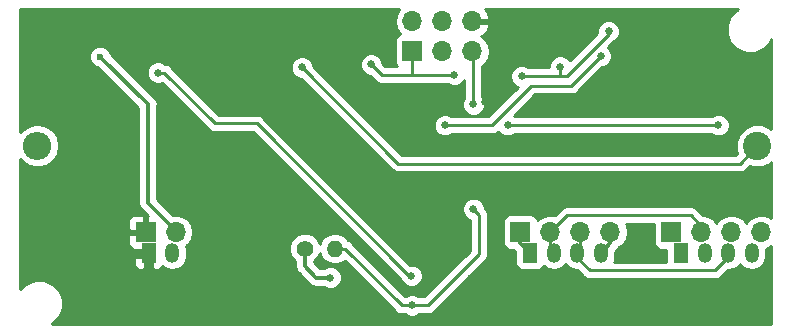
<source format=gbl>
G04 #@! TF.GenerationSoftware,KiCad,Pcbnew,(5.0.0-rc2-160-g7b7355772)*
G04 #@! TF.CreationDate,2018-09-02T18:15:38+01:00*
G04 #@! TF.ProjectId,BMS_Cell_Module,424D535F43656C6C5F4D6F64756C652E,3.0*
G04 #@! TF.SameCoordinates,Original*
G04 #@! TF.FileFunction,Copper,L2,Bot,Signal*
G04 #@! TF.FilePolarity,Positive*
%FSLAX46Y46*%
G04 Gerber Fmt 4.6, Leading zero omitted, Abs format (unit mm)*
G04 Created by KiCad (PCBNEW (5.0.0-rc2-160-g7b7355772)) date 09/02/18 18:15:38*
%MOMM*%
%LPD*%
G01*
G04 APERTURE LIST*
G04 #@! TA.AperFunction,ComponentPad*
%ADD10O,2.400000X2.400000*%
G04 #@! TD*
G04 #@! TA.AperFunction,ComponentPad*
%ADD11C,2.400000*%
G04 #@! TD*
G04 #@! TA.AperFunction,ComponentPad*
%ADD12R,1.700000X1.700000*%
G04 #@! TD*
G04 #@! TA.AperFunction,ComponentPad*
%ADD13O,1.700000X1.700000*%
G04 #@! TD*
G04 #@! TA.AperFunction,ComponentPad*
%ADD14R,1.200000X1.700000*%
G04 #@! TD*
G04 #@! TA.AperFunction,ComponentPad*
%ADD15O,1.200000X1.700000*%
G04 #@! TD*
G04 #@! TA.AperFunction,ComponentPad*
%ADD16C,1.400000*%
G04 #@! TD*
G04 #@! TA.AperFunction,ComponentPad*
%ADD17O,1.400000X1.400000*%
G04 #@! TD*
G04 #@! TA.AperFunction,ViaPad*
%ADD18C,0.650000*%
G04 #@! TD*
G04 #@! TA.AperFunction,ViaPad*
%ADD19C,0.600000*%
G04 #@! TD*
G04 #@! TA.AperFunction,Conductor*
%ADD20C,0.350000*%
G04 #@! TD*
G04 #@! TA.AperFunction,Conductor*
%ADD21C,0.250000*%
G04 #@! TD*
G04 #@! TA.AperFunction,Conductor*
%ADD22C,0.254000*%
G04 #@! TD*
G04 APERTURE END LIST*
D10*
G04 #@! TO.P,R1,2*
G04 #@! TO.N,Net-(C1-Pad1)*
X110640000Y-83250000D03*
D11*
G04 #@! TO.P,R1,1*
G04 #@! TO.N,Net-(Q1-Pad3)*
X171600000Y-83250000D03*
G04 #@! TD*
D12*
G04 #@! TO.P,REF\002A\002A,1*
G04 #@! TO.N,Net-(J2-Pad1)*
X164325000Y-90550000D03*
D13*
G04 #@! TO.P,REF\002A\002A,2*
G04 #@! TO.N,Net-(J2-Pad2)*
X166865000Y-90550000D03*
G04 #@! TO.P,REF\002A\002A,3*
G04 #@! TO.N,Net-(J2-Pad3)*
X169405000Y-90550000D03*
G04 #@! TO.P,REF\002A\002A,4*
G04 #@! TO.N,Net-(J2-Pad4)*
X171945000Y-90550000D03*
G04 #@! TD*
D14*
G04 #@! TO.P,J2,1*
G04 #@! TO.N,Net-(J2-Pad1)*
X152350000Y-92300000D03*
D15*
G04 #@! TO.P,J2,2*
G04 #@! TO.N,Net-(J2-Pad2)*
X154350000Y-92300000D03*
G04 #@! TO.P,J2,3*
G04 #@! TO.N,Net-(J2-Pad3)*
X156350000Y-92300000D03*
G04 #@! TO.P,J2,4*
G04 #@! TO.N,Net-(J2-Pad4)*
X158350000Y-92300000D03*
G04 #@! TD*
D14*
G04 #@! TO.P,J3,1*
G04 #@! TO.N,Net-(J2-Pad1)*
X165129762Y-92300000D03*
D15*
G04 #@! TO.P,J3,2*
G04 #@! TO.N,Net-(J2-Pad2)*
X167129762Y-92300000D03*
G04 #@! TO.P,J3,3*
G04 #@! TO.N,Net-(J2-Pad3)*
X169129762Y-92300000D03*
G04 #@! TO.P,J3,4*
G04 #@! TO.N,Net-(J2-Pad4)*
X171129762Y-92300000D03*
G04 #@! TD*
D12*
G04 #@! TO.P,ISP1,1*
G04 #@! TO.N,/MISO*
X142400000Y-75250000D03*
D13*
G04 #@! TO.P,ISP1,2*
G04 #@! TO.N,3V3*
X142400000Y-72710000D03*
G04 #@! TO.P,ISP1,3*
G04 #@! TO.N,/SCK*
X144940000Y-75250000D03*
G04 #@! TO.P,ISP1,4*
G04 #@! TO.N,/SDA*
X144940000Y-72710000D03*
G04 #@! TO.P,ISP1,5*
G04 #@! TO.N,/RESET*
X147480000Y-75250000D03*
G04 #@! TO.P,ISP1,6*
G04 #@! TO.N,GND*
X147480000Y-72710000D03*
G04 #@! TD*
D16*
G04 #@! TO.P,TH1,1*
G04 #@! TO.N,3V3*
X133275000Y-91950000D03*
D17*
G04 #@! TO.P,TH1,2*
G04 #@! TO.N,/RESET*
X135815000Y-91950000D03*
G04 #@! TD*
D14*
G04 #@! TO.P,J1,1*
G04 #@! TO.N,GND*
X120075000Y-92300000D03*
D15*
G04 #@! TO.P,J1,2*
G04 #@! TO.N,BATT+RAW*
X122075000Y-92300000D03*
G04 #@! TD*
D13*
G04 #@! TO.P,REF\002A\002A,4*
G04 #@! TO.N,Net-(J2-Pad4)*
X159160000Y-90550000D03*
G04 #@! TO.P,REF\002A\002A,3*
G04 #@! TO.N,Net-(J2-Pad3)*
X156620000Y-90550000D03*
G04 #@! TO.P,REF\002A\002A,2*
G04 #@! TO.N,Net-(J2-Pad2)*
X154080000Y-90550000D03*
D12*
G04 #@! TO.P,REF\002A\002A,1*
G04 #@! TO.N,Net-(J2-Pad1)*
X151540000Y-90550000D03*
G04 #@! TD*
D13*
G04 #@! TO.P,REF\002A\002A,2*
G04 #@! TO.N,BATT+RAW*
X122340000Y-90550000D03*
D12*
G04 #@! TO.P,REF\002A\002A,1*
G04 #@! TO.N,GND*
X119800000Y-90550000D03*
G04 #@! TD*
D18*
G04 #@! TO.N,GND*
X117500000Y-79500000D03*
X117500000Y-83250000D03*
X117500000Y-87000000D03*
X122500000Y-79500000D03*
X122500000Y-87000000D03*
X122500000Y-83250000D03*
X127500000Y-79500000D03*
X127500000Y-83250000D03*
X127500000Y-87000000D03*
X132500000Y-83250000D03*
X132500000Y-79500000D03*
X137500000Y-79500000D03*
X137500000Y-83250000D03*
X137500000Y-87000000D03*
X143000000Y-83250000D03*
X143000000Y-87000000D03*
X143000000Y-79500000D03*
X148500000Y-83250000D03*
X148500000Y-87000000D03*
X148500000Y-79500000D03*
X153650000Y-83250000D03*
X153650000Y-87000000D03*
X153650000Y-79500000D03*
X159150000Y-83250000D03*
X159150000Y-87000000D03*
X159150000Y-79500000D03*
X164675000Y-83250000D03*
X164675000Y-87000000D03*
X132500000Y-87000000D03*
X128800000Y-96000000D03*
X134550000Y-98050000D03*
X160000000Y-92850000D03*
X147375000Y-94475000D03*
X164675000Y-79500000D03*
X148250000Y-97550000D03*
D19*
X169950000Y-78690000D03*
X170620000Y-77960000D03*
D18*
X127900000Y-91950000D03*
X139400000Y-96000000D03*
G04 #@! TO.N,3V3*
X135450000Y-94400000D03*
D19*
G04 #@! TO.N,BATT+RAW*
X115950000Y-75700000D03*
D18*
G04 #@! TO.N,Net-(C3-Pad1)*
X120850000Y-77050000D03*
X142300000Y-94250000D03*
G04 #@! TO.N,/MISO*
X145950000Y-77250000D03*
X138900000Y-76350000D03*
G04 #@! TO.N,/SCK*
X145150000Y-81500000D03*
X158350000Y-75650000D03*
G04 #@! TO.N,/SDA*
X159000000Y-73550000D03*
X151650000Y-77350000D03*
X154900000Y-76550000D03*
G04 #@! TO.N,/RESET*
X142350000Y-96750000D03*
X147550000Y-79750000D03*
X147550000Y-88600000D03*
G04 #@! TO.N,/PB4BYPASS*
X150475000Y-81500000D03*
X168300000Y-81500000D03*
G04 #@! TO.N,Net-(Q1-Pad3)*
X133050000Y-76600000D03*
G04 #@! TD*
D20*
G04 #@! TO.N,GND*
X147480000Y-72960000D02*
X147560000Y-72960000D01*
G04 #@! TO.N,3V3*
X133275000Y-93425000D02*
X133275000Y-91950000D01*
X135450000Y-94400000D02*
X134250000Y-94400000D01*
X134250000Y-94400000D02*
X133275000Y-93425000D01*
G04 #@! TO.N,BATT+RAW*
X116000000Y-75750000D02*
X115950000Y-75750000D01*
X122340000Y-92010000D02*
X122075000Y-92275000D01*
X122340000Y-90265000D02*
X122340000Y-90525000D01*
X120000000Y-88050000D02*
X122215000Y-90265000D01*
X115950000Y-75700000D02*
X120000000Y-79750000D01*
X120000000Y-79750000D02*
X120000000Y-88050000D01*
D21*
G04 #@! TO.N,Net-(C3-Pad1)*
X142100000Y-94250000D02*
X142300000Y-94250000D01*
X129200000Y-81350000D02*
X142100000Y-94250000D01*
X125700000Y-81350000D02*
X129200000Y-81350000D01*
X120850000Y-77050000D02*
X121400000Y-77050000D01*
X121400000Y-77050000D02*
X125700000Y-81350000D01*
D20*
G04 #@! TO.N,Net-(J2-Pad1)*
X151540000Y-91490000D02*
X152350000Y-92300000D01*
X151540000Y-90550000D02*
X151540000Y-91490000D01*
D21*
G04 #@! TO.N,Net-(J2-Pad2)*
X154080000Y-92030000D02*
X154350000Y-92300000D01*
X154080000Y-90550000D02*
X154080000Y-92030000D01*
X166865000Y-90015000D02*
X166865000Y-90550000D01*
X165975000Y-89125000D02*
X166865000Y-90015000D01*
X154080000Y-90550000D02*
X155505000Y-89125000D01*
X155505000Y-89125000D02*
X165975000Y-89125000D01*
G04 #@! TO.N,Net-(J2-Pad3)*
X156620000Y-92030000D02*
X156350000Y-92300000D01*
X156620000Y-90550000D02*
X156620000Y-92030000D01*
X156350000Y-92750000D02*
X156350000Y-92300000D01*
X157400000Y-93800000D02*
X156350000Y-92750000D01*
X168000000Y-93800000D02*
X157400000Y-93800000D01*
X169129762Y-92029762D02*
X169129762Y-92670238D01*
X169129762Y-92670238D02*
X168000000Y-93800000D01*
D20*
G04 #@! TO.N,Net-(J2-Pad4)*
X159160000Y-91490000D02*
X158350000Y-92300000D01*
X159160000Y-90550000D02*
X159160000Y-91490000D01*
D21*
G04 #@! TO.N,/MISO*
X139800000Y-77250000D02*
X138900000Y-76350000D01*
X142400000Y-75500000D02*
X142400000Y-77250000D01*
X145950000Y-77250000D02*
X142400000Y-77250000D01*
X142400000Y-77250000D02*
X139800000Y-77250000D01*
G04 #@! TO.N,/SCK*
X149125000Y-81500000D02*
X145150000Y-81500000D01*
X152475000Y-78150000D02*
X149125000Y-81500000D01*
X158350000Y-75650000D02*
X155850000Y-78150000D01*
X155850000Y-78150000D02*
X152475000Y-78150000D01*
G04 #@! TO.N,/SDA*
X158950000Y-73600000D02*
X159000000Y-73550000D01*
X154900000Y-76550000D02*
X154900000Y-77350000D01*
X154900000Y-77350000D02*
X151650000Y-77350000D01*
X155450000Y-77350000D02*
X154900000Y-77350000D01*
X159000000Y-73550000D02*
X159000000Y-73800000D01*
X159000000Y-73800000D02*
X155450000Y-77350000D01*
G04 #@! TO.N,/RESET*
X147450000Y-75530000D02*
X147480000Y-75500000D01*
X147550000Y-75570000D02*
X147480000Y-75500000D01*
X147550000Y-75320000D02*
X147480000Y-75250000D01*
X147550000Y-79750000D02*
X147550000Y-75320000D01*
X136700000Y-91950000D02*
X135815000Y-91950000D01*
X142350000Y-96750000D02*
X141500000Y-96750000D01*
X141500000Y-96750000D02*
X136700000Y-91950000D01*
X143700000Y-96750000D02*
X142350000Y-96750000D01*
X148025000Y-92425000D02*
X143700000Y-96750000D01*
X147550000Y-88600000D02*
X148025000Y-89075000D01*
X148025000Y-89075000D02*
X148025000Y-92425000D01*
G04 #@! TO.N,/PB4BYPASS*
X150475000Y-81500000D02*
X168300000Y-81500000D01*
G04 #@! TO.N,Net-(Q1-Pad3)*
X170100000Y-84750000D02*
X171600000Y-83250000D01*
X133050000Y-76600000D02*
X141200000Y-84750000D01*
X141200000Y-84750000D02*
X170100000Y-84750000D01*
G04 #@! TD*
D22*
G04 #@! TO.N,GND*
G36*
X141008697Y-72133703D02*
X140894064Y-72710000D01*
X141008697Y-73286297D01*
X141335142Y-73774858D01*
X141368123Y-73796895D01*
X141305357Y-73809380D01*
X141097959Y-73947959D01*
X140959380Y-74155357D01*
X140910717Y-74400000D01*
X140910717Y-76100000D01*
X140959380Y-76344643D01*
X141061850Y-76498000D01*
X140111488Y-76498000D01*
X139852000Y-76238513D01*
X139852000Y-76160635D01*
X139707067Y-75810735D01*
X139439265Y-75542933D01*
X139089365Y-75398000D01*
X138710635Y-75398000D01*
X138360735Y-75542933D01*
X138092933Y-75810735D01*
X137948000Y-76160635D01*
X137948000Y-76539365D01*
X138092933Y-76889265D01*
X138360735Y-77157067D01*
X138710635Y-77302000D01*
X138788513Y-77302000D01*
X139215885Y-77729373D01*
X139257839Y-77792161D01*
X139506584Y-77958368D01*
X139725937Y-78002000D01*
X139725940Y-78002000D01*
X139799999Y-78016731D01*
X139874058Y-78002000D01*
X142325937Y-78002000D01*
X142400000Y-78016732D01*
X142474063Y-78002000D01*
X145355668Y-78002000D01*
X145410735Y-78057067D01*
X145760635Y-78202000D01*
X146139365Y-78202000D01*
X146489265Y-78057067D01*
X146757067Y-77789265D01*
X146798000Y-77690443D01*
X146798000Y-79155668D01*
X146742933Y-79210735D01*
X146598000Y-79560635D01*
X146598000Y-79939365D01*
X146742933Y-80289265D01*
X147010735Y-80557067D01*
X147360635Y-80702000D01*
X147739365Y-80702000D01*
X148089265Y-80557067D01*
X148357067Y-80289265D01*
X148502000Y-79939365D01*
X148502000Y-79560635D01*
X148357067Y-79210735D01*
X148302000Y-79155668D01*
X148302000Y-76477130D01*
X148544858Y-76314858D01*
X148871303Y-75826297D01*
X148985936Y-75250000D01*
X148871303Y-74673703D01*
X148544858Y-74185142D01*
X148242836Y-73983338D01*
X148246924Y-73981645D01*
X148675183Y-73591358D01*
X148921486Y-73066892D01*
X148800819Y-72837000D01*
X147607000Y-72837000D01*
X147607000Y-72857000D01*
X147353000Y-72857000D01*
X147353000Y-72837000D01*
X147333000Y-72837000D01*
X147333000Y-72583000D01*
X147353000Y-72583000D01*
X147353000Y-72563000D01*
X147607000Y-72563000D01*
X147607000Y-72583000D01*
X148800819Y-72583000D01*
X148921486Y-72353108D01*
X148675183Y-71828642D01*
X148536220Y-71702000D01*
X169933183Y-71702000D01*
X169880119Y-71723980D01*
X169323980Y-72280119D01*
X169023000Y-73006750D01*
X169023000Y-73793250D01*
X169323980Y-74519881D01*
X169880119Y-75076020D01*
X170606750Y-75377000D01*
X171393250Y-75377000D01*
X172119881Y-75076020D01*
X172676020Y-74519881D01*
X172798001Y-74225393D01*
X172798001Y-81864233D01*
X172634912Y-81701144D01*
X171963413Y-81423000D01*
X171236587Y-81423000D01*
X170565088Y-81701144D01*
X170051144Y-82215088D01*
X169773000Y-82886587D01*
X169773000Y-83613413D01*
X169890186Y-83896326D01*
X169788513Y-83998000D01*
X141511489Y-83998000D01*
X138824124Y-81310635D01*
X144198000Y-81310635D01*
X144198000Y-81689365D01*
X144342933Y-82039265D01*
X144610735Y-82307067D01*
X144960635Y-82452000D01*
X145339365Y-82452000D01*
X145689265Y-82307067D01*
X145744332Y-82252000D01*
X149050941Y-82252000D01*
X149125000Y-82266731D01*
X149199059Y-82252000D01*
X149199063Y-82252000D01*
X149418416Y-82208368D01*
X149667161Y-82042161D01*
X149668630Y-82039962D01*
X149935735Y-82307067D01*
X150285635Y-82452000D01*
X150664365Y-82452000D01*
X151014265Y-82307067D01*
X151069332Y-82252000D01*
X167705668Y-82252000D01*
X167760735Y-82307067D01*
X168110635Y-82452000D01*
X168489365Y-82452000D01*
X168839265Y-82307067D01*
X169107067Y-82039265D01*
X169252000Y-81689365D01*
X169252000Y-81310635D01*
X169107067Y-80960735D01*
X168839265Y-80692933D01*
X168489365Y-80548000D01*
X168110635Y-80548000D01*
X167760735Y-80692933D01*
X167705668Y-80748000D01*
X151069332Y-80748000D01*
X151014265Y-80692933D01*
X151001035Y-80687453D01*
X152786489Y-78902000D01*
X155775941Y-78902000D01*
X155850000Y-78916731D01*
X155924059Y-78902000D01*
X155924063Y-78902000D01*
X156143416Y-78858368D01*
X156392161Y-78692161D01*
X156434116Y-78629371D01*
X158461488Y-76602000D01*
X158539365Y-76602000D01*
X158889265Y-76457067D01*
X159157067Y-76189265D01*
X159302000Y-75839365D01*
X159302000Y-75460635D01*
X159157067Y-75110735D01*
X158954910Y-74908578D01*
X159479373Y-74384115D01*
X159488192Y-74378222D01*
X159539265Y-74357067D01*
X159807067Y-74089265D01*
X159952000Y-73739365D01*
X159952000Y-73360635D01*
X159807067Y-73010735D01*
X159539265Y-72742933D01*
X159189365Y-72598000D01*
X158810635Y-72598000D01*
X158460735Y-72742933D01*
X158192933Y-73010735D01*
X158048000Y-73360635D01*
X158048000Y-73688512D01*
X155712547Y-76023966D01*
X155707067Y-76010735D01*
X155439265Y-75742933D01*
X155089365Y-75598000D01*
X154710635Y-75598000D01*
X154360735Y-75742933D01*
X154092933Y-76010735D01*
X153948000Y-76360635D01*
X153948000Y-76598000D01*
X152244332Y-76598000D01*
X152189265Y-76542933D01*
X151839365Y-76398000D01*
X151460635Y-76398000D01*
X151110735Y-76542933D01*
X150842933Y-76810735D01*
X150698000Y-77160635D01*
X150698000Y-77539365D01*
X150842933Y-77889265D01*
X151110735Y-78157067D01*
X151318419Y-78243092D01*
X148813513Y-80748000D01*
X145744332Y-80748000D01*
X145689265Y-80692933D01*
X145339365Y-80548000D01*
X144960635Y-80548000D01*
X144610735Y-80692933D01*
X144342933Y-80960735D01*
X144198000Y-81310635D01*
X138824124Y-81310635D01*
X134002000Y-76488513D01*
X134002000Y-76410635D01*
X133857067Y-76060735D01*
X133589265Y-75792933D01*
X133239365Y-75648000D01*
X132860635Y-75648000D01*
X132510735Y-75792933D01*
X132242933Y-76060735D01*
X132098000Y-76410635D01*
X132098000Y-76789365D01*
X132242933Y-77139265D01*
X132510735Y-77407067D01*
X132860635Y-77552000D01*
X132938513Y-77552000D01*
X140615887Y-85229376D01*
X140657839Y-85292161D01*
X140720623Y-85334112D01*
X140720626Y-85334115D01*
X140906584Y-85458368D01*
X141125937Y-85502000D01*
X141125941Y-85502000D01*
X141200000Y-85516731D01*
X141274059Y-85502000D01*
X170025941Y-85502000D01*
X170100000Y-85516731D01*
X170174059Y-85502000D01*
X170174063Y-85502000D01*
X170393416Y-85458368D01*
X170642161Y-85292161D01*
X170684116Y-85229371D01*
X170953674Y-84959814D01*
X171236587Y-85077000D01*
X171963413Y-85077000D01*
X172634912Y-84798856D01*
X172798001Y-84635767D01*
X172798000Y-89343584D01*
X172521297Y-89158697D01*
X172090471Y-89073000D01*
X171799529Y-89073000D01*
X171368703Y-89158697D01*
X170880142Y-89485142D01*
X170675000Y-89792160D01*
X170469858Y-89485142D01*
X169981297Y-89158697D01*
X169550471Y-89073000D01*
X169259529Y-89073000D01*
X168828703Y-89158697D01*
X168340142Y-89485142D01*
X168135000Y-89792160D01*
X167929858Y-89485142D01*
X167441297Y-89158697D01*
X167010471Y-89073000D01*
X166986488Y-89073000D01*
X166559116Y-88645629D01*
X166517161Y-88582839D01*
X166268416Y-88416632D01*
X166049063Y-88373000D01*
X166049059Y-88373000D01*
X165975000Y-88358269D01*
X165900941Y-88373000D01*
X155579058Y-88373000D01*
X155504999Y-88358269D01*
X155430940Y-88373000D01*
X155430937Y-88373000D01*
X155241733Y-88410635D01*
X155211584Y-88416632D01*
X155025625Y-88540886D01*
X155025623Y-88540888D01*
X154962839Y-88582839D01*
X154920887Y-88645624D01*
X154449041Y-89117471D01*
X154225471Y-89073000D01*
X153934529Y-89073000D01*
X153503703Y-89158697D01*
X153015142Y-89485142D01*
X152993105Y-89518123D01*
X152980620Y-89455357D01*
X152842041Y-89247959D01*
X152634643Y-89109380D01*
X152390000Y-89060717D01*
X150690000Y-89060717D01*
X150445357Y-89109380D01*
X150237959Y-89247959D01*
X150099380Y-89455357D01*
X150050717Y-89700000D01*
X150050717Y-91400000D01*
X150099380Y-91644643D01*
X150237959Y-91852041D01*
X150445357Y-91990620D01*
X150690000Y-92039283D01*
X150942463Y-92039283D01*
X150961791Y-92068210D01*
X151028757Y-92112955D01*
X151110717Y-92194915D01*
X151110717Y-93150000D01*
X151159380Y-93394643D01*
X151297959Y-93602041D01*
X151505357Y-93740620D01*
X151750000Y-93789283D01*
X152950000Y-93789283D01*
X153194643Y-93740620D01*
X153402041Y-93602041D01*
X153498932Y-93457033D01*
X153871249Y-93705808D01*
X154350000Y-93801038D01*
X154828752Y-93705808D01*
X155234617Y-93434617D01*
X155350000Y-93261934D01*
X155465384Y-93434617D01*
X155871249Y-93705808D01*
X156334459Y-93797947D01*
X156815887Y-94279376D01*
X156857839Y-94342161D01*
X156920623Y-94384112D01*
X156920625Y-94384114D01*
X157003314Y-94439365D01*
X157106584Y-94508368D01*
X157325937Y-94552000D01*
X157325940Y-94552000D01*
X157399999Y-94566731D01*
X157474058Y-94552000D01*
X167925941Y-94552000D01*
X168000000Y-94566731D01*
X168074059Y-94552000D01*
X168074063Y-94552000D01*
X168293416Y-94508368D01*
X168542161Y-94342161D01*
X168584116Y-94279371D01*
X169073617Y-93789870D01*
X169129762Y-93801038D01*
X169608514Y-93705808D01*
X170014379Y-93434617D01*
X170129762Y-93261934D01*
X170245146Y-93434617D01*
X170651011Y-93705808D01*
X171129762Y-93801038D01*
X171608514Y-93705808D01*
X172014379Y-93434617D01*
X172285570Y-93028751D01*
X172356762Y-92670846D01*
X172356762Y-91974031D01*
X172521297Y-91941303D01*
X172798000Y-91756416D01*
X172798000Y-98298000D01*
X111866817Y-98298000D01*
X111919881Y-98276020D01*
X112476020Y-97719881D01*
X112777000Y-96993250D01*
X112777000Y-96206750D01*
X112476020Y-95480119D01*
X111919881Y-94923980D01*
X111193250Y-94623000D01*
X110406750Y-94623000D01*
X109680119Y-94923980D01*
X109202000Y-95402099D01*
X109202000Y-92781750D01*
X118840000Y-92781750D01*
X118840000Y-93276310D01*
X118936673Y-93509699D01*
X119115302Y-93688327D01*
X119348691Y-93785000D01*
X119616250Y-93785000D01*
X119775000Y-93626250D01*
X119775000Y-92623000D01*
X118998750Y-92623000D01*
X118840000Y-92781750D01*
X109202000Y-92781750D01*
X109202000Y-89573691D01*
X118315000Y-89573691D01*
X118315000Y-90264250D01*
X118473750Y-90423000D01*
X119673000Y-90423000D01*
X119673000Y-89223750D01*
X119514250Y-89065000D01*
X118823690Y-89065000D01*
X118590301Y-89161673D01*
X118411673Y-89340302D01*
X118315000Y-89573691D01*
X109202000Y-89573691D01*
X109202000Y-84386395D01*
X109322806Y-84567194D01*
X109927140Y-84970996D01*
X110460057Y-85077000D01*
X110819943Y-85077000D01*
X111352860Y-84970996D01*
X111957194Y-84567194D01*
X112360996Y-83962860D01*
X112502793Y-83250000D01*
X112360996Y-82537140D01*
X111957194Y-81932806D01*
X111352860Y-81529004D01*
X110819943Y-81423000D01*
X110460057Y-81423000D01*
X109927140Y-81529004D01*
X109322806Y-81932806D01*
X109202000Y-82113605D01*
X109202000Y-75515608D01*
X115023000Y-75515608D01*
X115023000Y-75884392D01*
X115164127Y-76225103D01*
X115424897Y-76485873D01*
X115726676Y-76610874D01*
X119198000Y-80082199D01*
X119198001Y-87971006D01*
X119182288Y-88050000D01*
X119244533Y-88362924D01*
X119244534Y-88362925D01*
X119421791Y-88628210D01*
X119488757Y-88672955D01*
X119983276Y-89167474D01*
X119927000Y-89223750D01*
X119927000Y-90423000D01*
X119947000Y-90423000D01*
X119947000Y-90677000D01*
X119927000Y-90677000D01*
X119927000Y-90815000D01*
X119751998Y-90815000D01*
X119751998Y-90950748D01*
X119673000Y-90871750D01*
X119673000Y-90677000D01*
X118473750Y-90677000D01*
X118315000Y-90835750D01*
X118315000Y-91526309D01*
X118411673Y-91759698D01*
X118590301Y-91938327D01*
X118823690Y-92035000D01*
X119514250Y-92035000D01*
X119572250Y-91977000D01*
X119775000Y-91977000D01*
X119775000Y-91957000D01*
X120007750Y-91957000D01*
X120085750Y-92035000D01*
X120418000Y-92035000D01*
X120418000Y-92623000D01*
X120375000Y-92623000D01*
X120375000Y-93626250D01*
X120533750Y-93785000D01*
X120801309Y-93785000D01*
X121034698Y-93688327D01*
X121213327Y-93509699D01*
X121232712Y-93462900D01*
X121596249Y-93705808D01*
X122075000Y-93801038D01*
X122553752Y-93705808D01*
X122959617Y-93434617D01*
X123230808Y-93028751D01*
X123302000Y-92670846D01*
X123302000Y-91929153D01*
X123258884Y-91712394D01*
X123298321Y-91686043D01*
X131948000Y-91686043D01*
X131948000Y-92213957D01*
X132150024Y-92701685D01*
X132473000Y-93024661D01*
X132473000Y-93346011D01*
X132457288Y-93425000D01*
X132500956Y-93644533D01*
X132519533Y-93737924D01*
X132696790Y-94003210D01*
X132763759Y-94047957D01*
X133627046Y-94911246D01*
X133671790Y-94978210D01*
X133738753Y-95022953D01*
X133937075Y-95155467D01*
X134249999Y-95217712D01*
X134328988Y-95202000D01*
X134905668Y-95202000D01*
X134910735Y-95207067D01*
X135260635Y-95352000D01*
X135639365Y-95352000D01*
X135989265Y-95207067D01*
X136257067Y-94939265D01*
X136402000Y-94589365D01*
X136402000Y-94210635D01*
X136257067Y-93860735D01*
X135989265Y-93592933D01*
X135639365Y-93448000D01*
X135260635Y-93448000D01*
X134910735Y-93592933D01*
X134905668Y-93598000D01*
X134582199Y-93598000D01*
X134077000Y-93092801D01*
X134077000Y-93024661D01*
X134399976Y-92701685D01*
X134542892Y-92356656D01*
X134564994Y-92467770D01*
X134858287Y-92906713D01*
X135297230Y-93200006D01*
X135684304Y-93277000D01*
X135945696Y-93277000D01*
X136332770Y-93200006D01*
X136664718Y-92978205D01*
X140915885Y-97229373D01*
X140957839Y-97292161D01*
X141206584Y-97458368D01*
X141425937Y-97502000D01*
X141425940Y-97502000D01*
X141499999Y-97516731D01*
X141574058Y-97502000D01*
X141755668Y-97502000D01*
X141810735Y-97557067D01*
X142160635Y-97702000D01*
X142539365Y-97702000D01*
X142889265Y-97557067D01*
X142944332Y-97502000D01*
X143625941Y-97502000D01*
X143700000Y-97516731D01*
X143774059Y-97502000D01*
X143774063Y-97502000D01*
X143993416Y-97458368D01*
X144242161Y-97292161D01*
X144284116Y-97229371D01*
X148504373Y-93009115D01*
X148567161Y-92967161D01*
X148733368Y-92718416D01*
X148777000Y-92499063D01*
X148777000Y-92499059D01*
X148791731Y-92425000D01*
X148777000Y-92350941D01*
X148777000Y-89149057D01*
X148791731Y-89074999D01*
X148777000Y-89000941D01*
X148777000Y-89000937D01*
X148733368Y-88781584D01*
X148567161Y-88532839D01*
X148504373Y-88490886D01*
X148502000Y-88488512D01*
X148502000Y-88410635D01*
X148357067Y-88060735D01*
X148089265Y-87792933D01*
X147739365Y-87648000D01*
X147360635Y-87648000D01*
X147010735Y-87792933D01*
X146742933Y-88060735D01*
X146598000Y-88410635D01*
X146598000Y-88789365D01*
X146742933Y-89139265D01*
X147010735Y-89407067D01*
X147273000Y-89515701D01*
X147273001Y-92113511D01*
X143388513Y-95998000D01*
X142944332Y-95998000D01*
X142889265Y-95942933D01*
X142539365Y-95798000D01*
X142160635Y-95798000D01*
X141810735Y-95942933D01*
X141783578Y-95970090D01*
X137284116Y-91470629D01*
X137242161Y-91407839D01*
X136993416Y-91241632D01*
X136929105Y-91228840D01*
X136771713Y-90993287D01*
X136332770Y-90699994D01*
X135945696Y-90623000D01*
X135684304Y-90623000D01*
X135297230Y-90699994D01*
X134858287Y-90993287D01*
X134564994Y-91432230D01*
X134542892Y-91543344D01*
X134399976Y-91198315D01*
X134026685Y-90825024D01*
X133538957Y-90623000D01*
X133011043Y-90623000D01*
X132523315Y-90825024D01*
X132150024Y-91198315D01*
X131948000Y-91686043D01*
X123298321Y-91686043D01*
X123404858Y-91614858D01*
X123731303Y-91126297D01*
X123845936Y-90550000D01*
X123731303Y-89973703D01*
X123404858Y-89485142D01*
X122916297Y-89158697D01*
X122485471Y-89073000D01*
X122194529Y-89073000D01*
X122163393Y-89079193D01*
X120802000Y-87717802D01*
X120802000Y-79828989D01*
X120817712Y-79750000D01*
X120755467Y-79437075D01*
X120578210Y-79171790D01*
X120511244Y-79127045D01*
X118244834Y-76860635D01*
X119898000Y-76860635D01*
X119898000Y-77239365D01*
X120042933Y-77589265D01*
X120310735Y-77857067D01*
X120660635Y-78002000D01*
X121039365Y-78002000D01*
X121215539Y-77929026D01*
X125115887Y-81829376D01*
X125157839Y-81892161D01*
X125220623Y-81934112D01*
X125220625Y-81934114D01*
X125377994Y-82039265D01*
X125406584Y-82058368D01*
X125625937Y-82102000D01*
X125625940Y-82102000D01*
X125699999Y-82116731D01*
X125774058Y-82102000D01*
X128888513Y-82102000D01*
X141434354Y-94647842D01*
X141492933Y-94789265D01*
X141760735Y-95057067D01*
X142110635Y-95202000D01*
X142489365Y-95202000D01*
X142839265Y-95057067D01*
X143107067Y-94789265D01*
X143252000Y-94439365D01*
X143252000Y-94060635D01*
X143107067Y-93710735D01*
X142839265Y-93442933D01*
X142489365Y-93298000D01*
X142211488Y-93298000D01*
X129784116Y-80870629D01*
X129742161Y-80807839D01*
X129493416Y-80641632D01*
X129274063Y-80598000D01*
X129274059Y-80598000D01*
X129200000Y-80583269D01*
X129125941Y-80598000D01*
X126011489Y-80598000D01*
X121984116Y-76570629D01*
X121942161Y-76507839D01*
X121693416Y-76341632D01*
X121474063Y-76298000D01*
X121474059Y-76298000D01*
X121436951Y-76290619D01*
X121389265Y-76242933D01*
X121039365Y-76098000D01*
X120660635Y-76098000D01*
X120310735Y-76242933D01*
X120042933Y-76510735D01*
X119898000Y-76860635D01*
X118244834Y-76860635D01*
X116860874Y-75476676D01*
X116735873Y-75174897D01*
X116475103Y-74914127D01*
X116134392Y-74773000D01*
X115765608Y-74773000D01*
X115424897Y-74914127D01*
X115164127Y-75174897D01*
X115023000Y-75515608D01*
X109202000Y-75515608D01*
X109202000Y-71702000D01*
X141297151Y-71702000D01*
X141008697Y-72133703D01*
X141008697Y-72133703D01*
G37*
X141008697Y-72133703D02*
X140894064Y-72710000D01*
X141008697Y-73286297D01*
X141335142Y-73774858D01*
X141368123Y-73796895D01*
X141305357Y-73809380D01*
X141097959Y-73947959D01*
X140959380Y-74155357D01*
X140910717Y-74400000D01*
X140910717Y-76100000D01*
X140959380Y-76344643D01*
X141061850Y-76498000D01*
X140111488Y-76498000D01*
X139852000Y-76238513D01*
X139852000Y-76160635D01*
X139707067Y-75810735D01*
X139439265Y-75542933D01*
X139089365Y-75398000D01*
X138710635Y-75398000D01*
X138360735Y-75542933D01*
X138092933Y-75810735D01*
X137948000Y-76160635D01*
X137948000Y-76539365D01*
X138092933Y-76889265D01*
X138360735Y-77157067D01*
X138710635Y-77302000D01*
X138788513Y-77302000D01*
X139215885Y-77729373D01*
X139257839Y-77792161D01*
X139506584Y-77958368D01*
X139725937Y-78002000D01*
X139725940Y-78002000D01*
X139799999Y-78016731D01*
X139874058Y-78002000D01*
X142325937Y-78002000D01*
X142400000Y-78016732D01*
X142474063Y-78002000D01*
X145355668Y-78002000D01*
X145410735Y-78057067D01*
X145760635Y-78202000D01*
X146139365Y-78202000D01*
X146489265Y-78057067D01*
X146757067Y-77789265D01*
X146798000Y-77690443D01*
X146798000Y-79155668D01*
X146742933Y-79210735D01*
X146598000Y-79560635D01*
X146598000Y-79939365D01*
X146742933Y-80289265D01*
X147010735Y-80557067D01*
X147360635Y-80702000D01*
X147739365Y-80702000D01*
X148089265Y-80557067D01*
X148357067Y-80289265D01*
X148502000Y-79939365D01*
X148502000Y-79560635D01*
X148357067Y-79210735D01*
X148302000Y-79155668D01*
X148302000Y-76477130D01*
X148544858Y-76314858D01*
X148871303Y-75826297D01*
X148985936Y-75250000D01*
X148871303Y-74673703D01*
X148544858Y-74185142D01*
X148242836Y-73983338D01*
X148246924Y-73981645D01*
X148675183Y-73591358D01*
X148921486Y-73066892D01*
X148800819Y-72837000D01*
X147607000Y-72837000D01*
X147607000Y-72857000D01*
X147353000Y-72857000D01*
X147353000Y-72837000D01*
X147333000Y-72837000D01*
X147333000Y-72583000D01*
X147353000Y-72583000D01*
X147353000Y-72563000D01*
X147607000Y-72563000D01*
X147607000Y-72583000D01*
X148800819Y-72583000D01*
X148921486Y-72353108D01*
X148675183Y-71828642D01*
X148536220Y-71702000D01*
X169933183Y-71702000D01*
X169880119Y-71723980D01*
X169323980Y-72280119D01*
X169023000Y-73006750D01*
X169023000Y-73793250D01*
X169323980Y-74519881D01*
X169880119Y-75076020D01*
X170606750Y-75377000D01*
X171393250Y-75377000D01*
X172119881Y-75076020D01*
X172676020Y-74519881D01*
X172798001Y-74225393D01*
X172798001Y-81864233D01*
X172634912Y-81701144D01*
X171963413Y-81423000D01*
X171236587Y-81423000D01*
X170565088Y-81701144D01*
X170051144Y-82215088D01*
X169773000Y-82886587D01*
X169773000Y-83613413D01*
X169890186Y-83896326D01*
X169788513Y-83998000D01*
X141511489Y-83998000D01*
X138824124Y-81310635D01*
X144198000Y-81310635D01*
X144198000Y-81689365D01*
X144342933Y-82039265D01*
X144610735Y-82307067D01*
X144960635Y-82452000D01*
X145339365Y-82452000D01*
X145689265Y-82307067D01*
X145744332Y-82252000D01*
X149050941Y-82252000D01*
X149125000Y-82266731D01*
X149199059Y-82252000D01*
X149199063Y-82252000D01*
X149418416Y-82208368D01*
X149667161Y-82042161D01*
X149668630Y-82039962D01*
X149935735Y-82307067D01*
X150285635Y-82452000D01*
X150664365Y-82452000D01*
X151014265Y-82307067D01*
X151069332Y-82252000D01*
X167705668Y-82252000D01*
X167760735Y-82307067D01*
X168110635Y-82452000D01*
X168489365Y-82452000D01*
X168839265Y-82307067D01*
X169107067Y-82039265D01*
X169252000Y-81689365D01*
X169252000Y-81310635D01*
X169107067Y-80960735D01*
X168839265Y-80692933D01*
X168489365Y-80548000D01*
X168110635Y-80548000D01*
X167760735Y-80692933D01*
X167705668Y-80748000D01*
X151069332Y-80748000D01*
X151014265Y-80692933D01*
X151001035Y-80687453D01*
X152786489Y-78902000D01*
X155775941Y-78902000D01*
X155850000Y-78916731D01*
X155924059Y-78902000D01*
X155924063Y-78902000D01*
X156143416Y-78858368D01*
X156392161Y-78692161D01*
X156434116Y-78629371D01*
X158461488Y-76602000D01*
X158539365Y-76602000D01*
X158889265Y-76457067D01*
X159157067Y-76189265D01*
X159302000Y-75839365D01*
X159302000Y-75460635D01*
X159157067Y-75110735D01*
X158954910Y-74908578D01*
X159479373Y-74384115D01*
X159488192Y-74378222D01*
X159539265Y-74357067D01*
X159807067Y-74089265D01*
X159952000Y-73739365D01*
X159952000Y-73360635D01*
X159807067Y-73010735D01*
X159539265Y-72742933D01*
X159189365Y-72598000D01*
X158810635Y-72598000D01*
X158460735Y-72742933D01*
X158192933Y-73010735D01*
X158048000Y-73360635D01*
X158048000Y-73688512D01*
X155712547Y-76023966D01*
X155707067Y-76010735D01*
X155439265Y-75742933D01*
X155089365Y-75598000D01*
X154710635Y-75598000D01*
X154360735Y-75742933D01*
X154092933Y-76010735D01*
X153948000Y-76360635D01*
X153948000Y-76598000D01*
X152244332Y-76598000D01*
X152189265Y-76542933D01*
X151839365Y-76398000D01*
X151460635Y-76398000D01*
X151110735Y-76542933D01*
X150842933Y-76810735D01*
X150698000Y-77160635D01*
X150698000Y-77539365D01*
X150842933Y-77889265D01*
X151110735Y-78157067D01*
X151318419Y-78243092D01*
X148813513Y-80748000D01*
X145744332Y-80748000D01*
X145689265Y-80692933D01*
X145339365Y-80548000D01*
X144960635Y-80548000D01*
X144610735Y-80692933D01*
X144342933Y-80960735D01*
X144198000Y-81310635D01*
X138824124Y-81310635D01*
X134002000Y-76488513D01*
X134002000Y-76410635D01*
X133857067Y-76060735D01*
X133589265Y-75792933D01*
X133239365Y-75648000D01*
X132860635Y-75648000D01*
X132510735Y-75792933D01*
X132242933Y-76060735D01*
X132098000Y-76410635D01*
X132098000Y-76789365D01*
X132242933Y-77139265D01*
X132510735Y-77407067D01*
X132860635Y-77552000D01*
X132938513Y-77552000D01*
X140615887Y-85229376D01*
X140657839Y-85292161D01*
X140720623Y-85334112D01*
X140720626Y-85334115D01*
X140906584Y-85458368D01*
X141125937Y-85502000D01*
X141125941Y-85502000D01*
X141200000Y-85516731D01*
X141274059Y-85502000D01*
X170025941Y-85502000D01*
X170100000Y-85516731D01*
X170174059Y-85502000D01*
X170174063Y-85502000D01*
X170393416Y-85458368D01*
X170642161Y-85292161D01*
X170684116Y-85229371D01*
X170953674Y-84959814D01*
X171236587Y-85077000D01*
X171963413Y-85077000D01*
X172634912Y-84798856D01*
X172798001Y-84635767D01*
X172798000Y-89343584D01*
X172521297Y-89158697D01*
X172090471Y-89073000D01*
X171799529Y-89073000D01*
X171368703Y-89158697D01*
X170880142Y-89485142D01*
X170675000Y-89792160D01*
X170469858Y-89485142D01*
X169981297Y-89158697D01*
X169550471Y-89073000D01*
X169259529Y-89073000D01*
X168828703Y-89158697D01*
X168340142Y-89485142D01*
X168135000Y-89792160D01*
X167929858Y-89485142D01*
X167441297Y-89158697D01*
X167010471Y-89073000D01*
X166986488Y-89073000D01*
X166559116Y-88645629D01*
X166517161Y-88582839D01*
X166268416Y-88416632D01*
X166049063Y-88373000D01*
X166049059Y-88373000D01*
X165975000Y-88358269D01*
X165900941Y-88373000D01*
X155579058Y-88373000D01*
X155504999Y-88358269D01*
X155430940Y-88373000D01*
X155430937Y-88373000D01*
X155241733Y-88410635D01*
X155211584Y-88416632D01*
X155025625Y-88540886D01*
X155025623Y-88540888D01*
X154962839Y-88582839D01*
X154920887Y-88645624D01*
X154449041Y-89117471D01*
X154225471Y-89073000D01*
X153934529Y-89073000D01*
X153503703Y-89158697D01*
X153015142Y-89485142D01*
X152993105Y-89518123D01*
X152980620Y-89455357D01*
X152842041Y-89247959D01*
X152634643Y-89109380D01*
X152390000Y-89060717D01*
X150690000Y-89060717D01*
X150445357Y-89109380D01*
X150237959Y-89247959D01*
X150099380Y-89455357D01*
X150050717Y-89700000D01*
X150050717Y-91400000D01*
X150099380Y-91644643D01*
X150237959Y-91852041D01*
X150445357Y-91990620D01*
X150690000Y-92039283D01*
X150942463Y-92039283D01*
X150961791Y-92068210D01*
X151028757Y-92112955D01*
X151110717Y-92194915D01*
X151110717Y-93150000D01*
X151159380Y-93394643D01*
X151297959Y-93602041D01*
X151505357Y-93740620D01*
X151750000Y-93789283D01*
X152950000Y-93789283D01*
X153194643Y-93740620D01*
X153402041Y-93602041D01*
X153498932Y-93457033D01*
X153871249Y-93705808D01*
X154350000Y-93801038D01*
X154828752Y-93705808D01*
X155234617Y-93434617D01*
X155350000Y-93261934D01*
X155465384Y-93434617D01*
X155871249Y-93705808D01*
X156334459Y-93797947D01*
X156815887Y-94279376D01*
X156857839Y-94342161D01*
X156920623Y-94384112D01*
X156920625Y-94384114D01*
X157003314Y-94439365D01*
X157106584Y-94508368D01*
X157325937Y-94552000D01*
X157325940Y-94552000D01*
X157399999Y-94566731D01*
X157474058Y-94552000D01*
X167925941Y-94552000D01*
X168000000Y-94566731D01*
X168074059Y-94552000D01*
X168074063Y-94552000D01*
X168293416Y-94508368D01*
X168542161Y-94342161D01*
X168584116Y-94279371D01*
X169073617Y-93789870D01*
X169129762Y-93801038D01*
X169608514Y-93705808D01*
X170014379Y-93434617D01*
X170129762Y-93261934D01*
X170245146Y-93434617D01*
X170651011Y-93705808D01*
X171129762Y-93801038D01*
X171608514Y-93705808D01*
X172014379Y-93434617D01*
X172285570Y-93028751D01*
X172356762Y-92670846D01*
X172356762Y-91974031D01*
X172521297Y-91941303D01*
X172798000Y-91756416D01*
X172798000Y-98298000D01*
X111866817Y-98298000D01*
X111919881Y-98276020D01*
X112476020Y-97719881D01*
X112777000Y-96993250D01*
X112777000Y-96206750D01*
X112476020Y-95480119D01*
X111919881Y-94923980D01*
X111193250Y-94623000D01*
X110406750Y-94623000D01*
X109680119Y-94923980D01*
X109202000Y-95402099D01*
X109202000Y-92781750D01*
X118840000Y-92781750D01*
X118840000Y-93276310D01*
X118936673Y-93509699D01*
X119115302Y-93688327D01*
X119348691Y-93785000D01*
X119616250Y-93785000D01*
X119775000Y-93626250D01*
X119775000Y-92623000D01*
X118998750Y-92623000D01*
X118840000Y-92781750D01*
X109202000Y-92781750D01*
X109202000Y-89573691D01*
X118315000Y-89573691D01*
X118315000Y-90264250D01*
X118473750Y-90423000D01*
X119673000Y-90423000D01*
X119673000Y-89223750D01*
X119514250Y-89065000D01*
X118823690Y-89065000D01*
X118590301Y-89161673D01*
X118411673Y-89340302D01*
X118315000Y-89573691D01*
X109202000Y-89573691D01*
X109202000Y-84386395D01*
X109322806Y-84567194D01*
X109927140Y-84970996D01*
X110460057Y-85077000D01*
X110819943Y-85077000D01*
X111352860Y-84970996D01*
X111957194Y-84567194D01*
X112360996Y-83962860D01*
X112502793Y-83250000D01*
X112360996Y-82537140D01*
X111957194Y-81932806D01*
X111352860Y-81529004D01*
X110819943Y-81423000D01*
X110460057Y-81423000D01*
X109927140Y-81529004D01*
X109322806Y-81932806D01*
X109202000Y-82113605D01*
X109202000Y-75515608D01*
X115023000Y-75515608D01*
X115023000Y-75884392D01*
X115164127Y-76225103D01*
X115424897Y-76485873D01*
X115726676Y-76610874D01*
X119198000Y-80082199D01*
X119198001Y-87971006D01*
X119182288Y-88050000D01*
X119244533Y-88362924D01*
X119244534Y-88362925D01*
X119421791Y-88628210D01*
X119488757Y-88672955D01*
X119983276Y-89167474D01*
X119927000Y-89223750D01*
X119927000Y-90423000D01*
X119947000Y-90423000D01*
X119947000Y-90677000D01*
X119927000Y-90677000D01*
X119927000Y-90815000D01*
X119751998Y-90815000D01*
X119751998Y-90950748D01*
X119673000Y-90871750D01*
X119673000Y-90677000D01*
X118473750Y-90677000D01*
X118315000Y-90835750D01*
X118315000Y-91526309D01*
X118411673Y-91759698D01*
X118590301Y-91938327D01*
X118823690Y-92035000D01*
X119514250Y-92035000D01*
X119572250Y-91977000D01*
X119775000Y-91977000D01*
X119775000Y-91957000D01*
X120007750Y-91957000D01*
X120085750Y-92035000D01*
X120418000Y-92035000D01*
X120418000Y-92623000D01*
X120375000Y-92623000D01*
X120375000Y-93626250D01*
X120533750Y-93785000D01*
X120801309Y-93785000D01*
X121034698Y-93688327D01*
X121213327Y-93509699D01*
X121232712Y-93462900D01*
X121596249Y-93705808D01*
X122075000Y-93801038D01*
X122553752Y-93705808D01*
X122959617Y-93434617D01*
X123230808Y-93028751D01*
X123302000Y-92670846D01*
X123302000Y-91929153D01*
X123258884Y-91712394D01*
X123298321Y-91686043D01*
X131948000Y-91686043D01*
X131948000Y-92213957D01*
X132150024Y-92701685D01*
X132473000Y-93024661D01*
X132473000Y-93346011D01*
X132457288Y-93425000D01*
X132500956Y-93644533D01*
X132519533Y-93737924D01*
X132696790Y-94003210D01*
X132763759Y-94047957D01*
X133627046Y-94911246D01*
X133671790Y-94978210D01*
X133738753Y-95022953D01*
X133937075Y-95155467D01*
X134249999Y-95217712D01*
X134328988Y-95202000D01*
X134905668Y-95202000D01*
X134910735Y-95207067D01*
X135260635Y-95352000D01*
X135639365Y-95352000D01*
X135989265Y-95207067D01*
X136257067Y-94939265D01*
X136402000Y-94589365D01*
X136402000Y-94210635D01*
X136257067Y-93860735D01*
X135989265Y-93592933D01*
X135639365Y-93448000D01*
X135260635Y-93448000D01*
X134910735Y-93592933D01*
X134905668Y-93598000D01*
X134582199Y-93598000D01*
X134077000Y-93092801D01*
X134077000Y-93024661D01*
X134399976Y-92701685D01*
X134542892Y-92356656D01*
X134564994Y-92467770D01*
X134858287Y-92906713D01*
X135297230Y-93200006D01*
X135684304Y-93277000D01*
X135945696Y-93277000D01*
X136332770Y-93200006D01*
X136664718Y-92978205D01*
X140915885Y-97229373D01*
X140957839Y-97292161D01*
X141206584Y-97458368D01*
X141425937Y-97502000D01*
X141425940Y-97502000D01*
X141499999Y-97516731D01*
X141574058Y-97502000D01*
X141755668Y-97502000D01*
X141810735Y-97557067D01*
X142160635Y-97702000D01*
X142539365Y-97702000D01*
X142889265Y-97557067D01*
X142944332Y-97502000D01*
X143625941Y-97502000D01*
X143700000Y-97516731D01*
X143774059Y-97502000D01*
X143774063Y-97502000D01*
X143993416Y-97458368D01*
X144242161Y-97292161D01*
X144284116Y-97229371D01*
X148504373Y-93009115D01*
X148567161Y-92967161D01*
X148733368Y-92718416D01*
X148777000Y-92499063D01*
X148777000Y-92499059D01*
X148791731Y-92425000D01*
X148777000Y-92350941D01*
X148777000Y-89149057D01*
X148791731Y-89074999D01*
X148777000Y-89000941D01*
X148777000Y-89000937D01*
X148733368Y-88781584D01*
X148567161Y-88532839D01*
X148504373Y-88490886D01*
X148502000Y-88488512D01*
X148502000Y-88410635D01*
X148357067Y-88060735D01*
X148089265Y-87792933D01*
X147739365Y-87648000D01*
X147360635Y-87648000D01*
X147010735Y-87792933D01*
X146742933Y-88060735D01*
X146598000Y-88410635D01*
X146598000Y-88789365D01*
X146742933Y-89139265D01*
X147010735Y-89407067D01*
X147273000Y-89515701D01*
X147273001Y-92113511D01*
X143388513Y-95998000D01*
X142944332Y-95998000D01*
X142889265Y-95942933D01*
X142539365Y-95798000D01*
X142160635Y-95798000D01*
X141810735Y-95942933D01*
X141783578Y-95970090D01*
X137284116Y-91470629D01*
X137242161Y-91407839D01*
X136993416Y-91241632D01*
X136929105Y-91228840D01*
X136771713Y-90993287D01*
X136332770Y-90699994D01*
X135945696Y-90623000D01*
X135684304Y-90623000D01*
X135297230Y-90699994D01*
X134858287Y-90993287D01*
X134564994Y-91432230D01*
X134542892Y-91543344D01*
X134399976Y-91198315D01*
X134026685Y-90825024D01*
X133538957Y-90623000D01*
X133011043Y-90623000D01*
X132523315Y-90825024D01*
X132150024Y-91198315D01*
X131948000Y-91686043D01*
X123298321Y-91686043D01*
X123404858Y-91614858D01*
X123731303Y-91126297D01*
X123845936Y-90550000D01*
X123731303Y-89973703D01*
X123404858Y-89485142D01*
X122916297Y-89158697D01*
X122485471Y-89073000D01*
X122194529Y-89073000D01*
X122163393Y-89079193D01*
X120802000Y-87717802D01*
X120802000Y-79828989D01*
X120817712Y-79750000D01*
X120755467Y-79437075D01*
X120578210Y-79171790D01*
X120511244Y-79127045D01*
X118244834Y-76860635D01*
X119898000Y-76860635D01*
X119898000Y-77239365D01*
X120042933Y-77589265D01*
X120310735Y-77857067D01*
X120660635Y-78002000D01*
X121039365Y-78002000D01*
X121215539Y-77929026D01*
X125115887Y-81829376D01*
X125157839Y-81892161D01*
X125220623Y-81934112D01*
X125220625Y-81934114D01*
X125377994Y-82039265D01*
X125406584Y-82058368D01*
X125625937Y-82102000D01*
X125625940Y-82102000D01*
X125699999Y-82116731D01*
X125774058Y-82102000D01*
X128888513Y-82102000D01*
X141434354Y-94647842D01*
X141492933Y-94789265D01*
X141760735Y-95057067D01*
X142110635Y-95202000D01*
X142489365Y-95202000D01*
X142839265Y-95057067D01*
X143107067Y-94789265D01*
X143252000Y-94439365D01*
X143252000Y-94060635D01*
X143107067Y-93710735D01*
X142839265Y-93442933D01*
X142489365Y-93298000D01*
X142211488Y-93298000D01*
X129784116Y-80870629D01*
X129742161Y-80807839D01*
X129493416Y-80641632D01*
X129274063Y-80598000D01*
X129274059Y-80598000D01*
X129200000Y-80583269D01*
X129125941Y-80598000D01*
X126011489Y-80598000D01*
X121984116Y-76570629D01*
X121942161Y-76507839D01*
X121693416Y-76341632D01*
X121474063Y-76298000D01*
X121474059Y-76298000D01*
X121436951Y-76290619D01*
X121389265Y-76242933D01*
X121039365Y-76098000D01*
X120660635Y-76098000D01*
X120310735Y-76242933D01*
X120042933Y-76510735D01*
X119898000Y-76860635D01*
X118244834Y-76860635D01*
X116860874Y-75476676D01*
X116735873Y-75174897D01*
X116475103Y-74914127D01*
X116134392Y-74773000D01*
X115765608Y-74773000D01*
X115424897Y-74914127D01*
X115164127Y-75174897D01*
X115023000Y-75515608D01*
X109202000Y-75515608D01*
X109202000Y-71702000D01*
X141297151Y-71702000D01*
X141008697Y-72133703D01*
G36*
X162835717Y-91400000D02*
X162884380Y-91644643D01*
X163022959Y-91852041D01*
X163230357Y-91990620D01*
X163475000Y-92039283D01*
X163890479Y-92039283D01*
X163890479Y-93048000D01*
X159492946Y-93048000D01*
X159505808Y-93028751D01*
X159577000Y-92670846D01*
X159577000Y-92207199D01*
X159671243Y-92112955D01*
X159738210Y-92068210D01*
X159892942Y-91836637D01*
X160224858Y-91614858D01*
X160551303Y-91126297D01*
X160665936Y-90550000D01*
X160551303Y-89973703D01*
X160486688Y-89877000D01*
X162835717Y-89877000D01*
X162835717Y-91400000D01*
X162835717Y-91400000D01*
G37*
X162835717Y-91400000D02*
X162884380Y-91644643D01*
X163022959Y-91852041D01*
X163230357Y-91990620D01*
X163475000Y-92039283D01*
X163890479Y-92039283D01*
X163890479Y-93048000D01*
X159492946Y-93048000D01*
X159505808Y-93028751D01*
X159577000Y-92670846D01*
X159577000Y-92207199D01*
X159671243Y-92112955D01*
X159738210Y-92068210D01*
X159892942Y-91836637D01*
X160224858Y-91614858D01*
X160551303Y-91126297D01*
X160665936Y-90550000D01*
X160551303Y-89973703D01*
X160486688Y-89877000D01*
X162835717Y-89877000D01*
X162835717Y-91400000D01*
G04 #@! TD*
M02*

</source>
